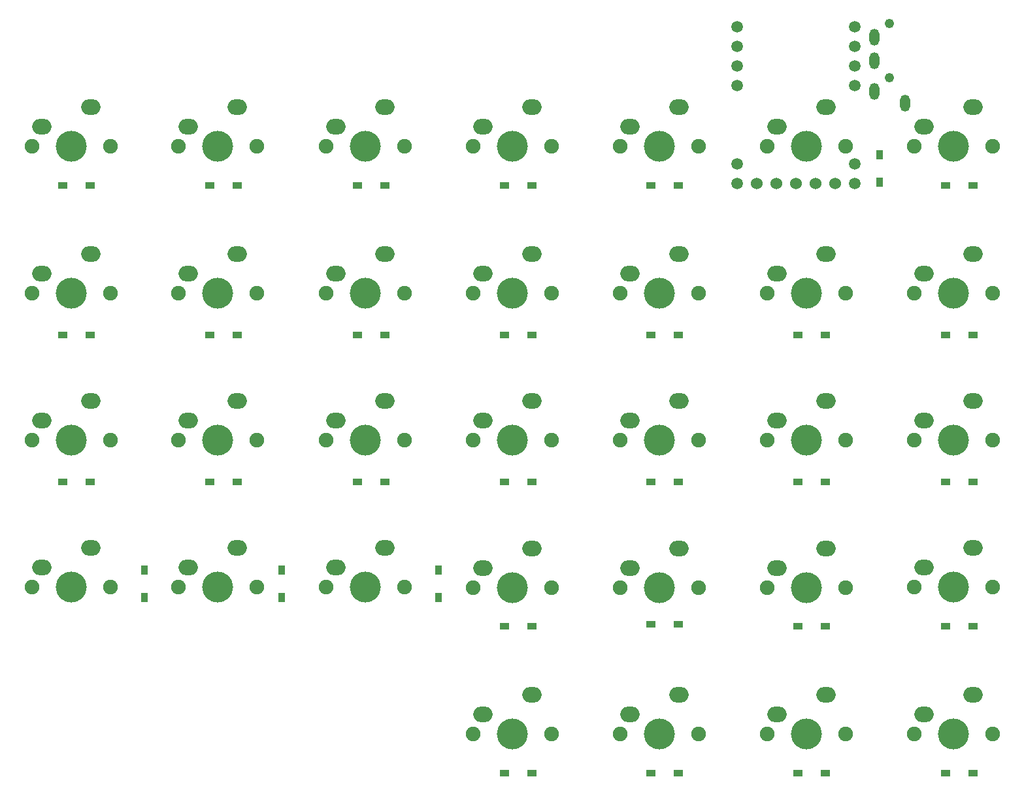
<source format=gbr>
%TF.GenerationSoftware,KiCad,Pcbnew,(7.0.0-0)*%
%TF.CreationDate,2023-04-02T12:13:52+09:00*%
%TF.ProjectId,11111_pcb,31313131-315f-4706-9362-2e6b69636164,rev?*%
%TF.SameCoordinates,Original*%
%TF.FileFunction,Soldermask,Bot*%
%TF.FilePolarity,Negative*%
%FSLAX46Y46*%
G04 Gerber Fmt 4.6, Leading zero omitted, Abs format (unit mm)*
G04 Created by KiCad (PCBNEW (7.0.0-0)) date 2023-04-02 12:13:52*
%MOMM*%
%LPD*%
G01*
G04 APERTURE LIST*
G04 Aperture macros list*
%AMRoundRect*
0 Rectangle with rounded corners*
0 $1 Rounding radius*
0 $2 $3 $4 $5 $6 $7 $8 $9 X,Y pos of 4 corners*
0 Add a 4 corners polygon primitive as box body*
4,1,4,$2,$3,$4,$5,$6,$7,$8,$9,$2,$3,0*
0 Add four circle primitives for the rounded corners*
1,1,$1+$1,$2,$3*
1,1,$1+$1,$4,$5*
1,1,$1+$1,$6,$7*
1,1,$1+$1,$8,$9*
0 Add four rect primitives between the rounded corners*
20,1,$1+$1,$2,$3,$4,$5,0*
20,1,$1+$1,$4,$5,$6,$7,0*
20,1,$1+$1,$6,$7,$8,$9,0*
20,1,$1+$1,$8,$9,$2,$3,0*%
G04 Aperture macros list end*
%ADD10C,1.900000*%
%ADD11C,4.000000*%
%ADD12O,2.500000X2.000000*%
%ADD13R,1.300000X0.950000*%
%ADD14R,0.950000X1.300000*%
%ADD15C,1.210000*%
%ADD16O,1.300000X2.200000*%
%ADD17RoundRect,0.756000X0.000000X-0.006000X0.000000X-0.006000X0.000000X0.006000X0.000000X0.006000X0*%
%ADD18RoundRect,0.756000X0.006000X0.000000X0.006000X0.000000X-0.006000X0.000000X-0.006000X0.000000X0*%
%ADD19RoundRect,0.756000X0.000000X0.006000X0.000000X0.006000X0.000000X-0.006000X0.000000X-0.006000X0*%
G04 APERTURE END LIST*
D10*
%TO.C,SW46*%
X90805000Y-95233800D03*
D11*
X95885000Y-95233800D03*
D10*
X100965000Y-95233800D03*
D12*
X92074999Y-92693799D03*
X98424999Y-90153799D03*
%TD*%
D13*
%TO.C,D33*%
X113879999Y-81589999D03*
X117429999Y-81589999D03*
%TD*%
D14*
%TO.C,D43*%
X48264999Y-96519999D03*
X48264999Y-92969999D03*
%TD*%
D13*
%TO.C,D60*%
X152024999Y-119339999D03*
X155574999Y-119339999D03*
%TD*%
%TO.C,D18*%
X94939999Y-62459999D03*
X98489999Y-62459999D03*
%TD*%
%TO.C,D16*%
X56739999Y-62459999D03*
X60289999Y-62459999D03*
%TD*%
D14*
%TO.C,D6*%
X143509999Y-42719799D03*
X143509999Y-39169799D03*
%TD*%
D13*
%TO.C,D17*%
X75889999Y-62459999D03*
X79439999Y-62459999D03*
%TD*%
D15*
%TO.C,J1*%
X144818200Y-22100000D03*
X144818200Y-29100000D03*
D16*
X146818199Y-32399999D03*
X142818199Y-23899999D03*
X142818199Y-26899999D03*
X142818199Y-30899999D03*
%TD*%
D13*
%TO.C,D21*%
X152024999Y-62459999D03*
X155574999Y-62459999D03*
%TD*%
D10*
%TO.C,SW34*%
X128905000Y-76140000D03*
D11*
X133985000Y-76140000D03*
D10*
X139065000Y-76140000D03*
D12*
X130174999Y-73599999D03*
X136524999Y-71059999D03*
%TD*%
D10*
%TO.C,SW15*%
X33655000Y-57090000D03*
D11*
X38735000Y-57090000D03*
D10*
X43815000Y-57090000D03*
D12*
X34924999Y-54549999D03*
X41274999Y-52009999D03*
%TD*%
D10*
%TO.C,SW45*%
X71755000Y-95208400D03*
D11*
X76835000Y-95208400D03*
D10*
X81915000Y-95208400D03*
D12*
X73024999Y-92668399D03*
X79374999Y-90128399D03*
%TD*%
D10*
%TO.C,SW57*%
X90865000Y-114240000D03*
D11*
X95945000Y-114240000D03*
D10*
X101025000Y-114240000D03*
D12*
X92134999Y-111699999D03*
X98484999Y-109159999D03*
%TD*%
D10*
%TO.C,SW1*%
X33655000Y-38040000D03*
D11*
X38735000Y-38040000D03*
D10*
X43815000Y-38040000D03*
D12*
X34924999Y-35499999D03*
X41274999Y-32959999D03*
%TD*%
D10*
%TO.C,SW58*%
X109855000Y-114240000D03*
D11*
X114935000Y-114240000D03*
D10*
X120015000Y-114240000D03*
D12*
X111124999Y-111699999D03*
X117474999Y-109159999D03*
%TD*%
D10*
%TO.C,SW16*%
X52635000Y-57090000D03*
D11*
X57715000Y-57090000D03*
D10*
X62795000Y-57090000D03*
D12*
X53904999Y-54549999D03*
X60254999Y-52009999D03*
%TD*%
D13*
%TO.C,D58*%
X113879999Y-119339999D03*
X117429999Y-119339999D03*
%TD*%
%TO.C,D32*%
X94939999Y-81589999D03*
X98489999Y-81589999D03*
%TD*%
D10*
%TO.C,SW19*%
X109855000Y-57090000D03*
D11*
X114935000Y-57090000D03*
D10*
X120015000Y-57090000D03*
D12*
X111124999Y-54549999D03*
X117474999Y-52009999D03*
%TD*%
D13*
%TO.C,D35*%
X152024999Y-81589999D03*
X155574999Y-81589999D03*
%TD*%
%TO.C,D46*%
X94939999Y-100269999D03*
X98489999Y-100269999D03*
%TD*%
%TO.C,D34*%
X132949999Y-81589999D03*
X136499999Y-81589999D03*
%TD*%
D10*
%TO.C,SW43*%
X33655000Y-95208400D03*
D11*
X38735000Y-95208400D03*
D10*
X43815000Y-95208400D03*
D12*
X34924999Y-92668399D03*
X41274999Y-90128399D03*
%TD*%
D10*
%TO.C,SW47*%
X109855000Y-95233800D03*
D11*
X114935000Y-95233800D03*
D10*
X120015000Y-95233800D03*
D12*
X111124999Y-92693799D03*
X117474999Y-90153799D03*
%TD*%
D13*
%TO.C,D2*%
X56739999Y-43139999D03*
X60289999Y-43139999D03*
%TD*%
D10*
%TO.C,SW35*%
X147955000Y-76140000D03*
D11*
X153035000Y-76140000D03*
D10*
X158115000Y-76140000D03*
D12*
X149224999Y-73599999D03*
X155574999Y-71059999D03*
%TD*%
D13*
%TO.C,D31*%
X75889999Y-81589999D03*
X79439999Y-81589999D03*
%TD*%
D10*
%TO.C,SW30*%
X52635000Y-76140000D03*
D11*
X57715000Y-76140000D03*
D10*
X62795000Y-76140000D03*
D12*
X53904999Y-73599999D03*
X60254999Y-71059999D03*
%TD*%
D13*
%TO.C,D59*%
X132949999Y-119339999D03*
X136499999Y-119339999D03*
%TD*%
D10*
%TO.C,SW33*%
X109855000Y-76140000D03*
D11*
X114935000Y-76140000D03*
D10*
X120015000Y-76140000D03*
D12*
X111124999Y-73599999D03*
X117474999Y-71059999D03*
%TD*%
D13*
%TO.C,D5*%
X113879999Y-43139999D03*
X117429999Y-43139999D03*
%TD*%
%TO.C,D4*%
X94939999Y-43139999D03*
X98489999Y-43139999D03*
%TD*%
%TO.C,D7*%
X152024999Y-43139999D03*
X155574999Y-43139999D03*
%TD*%
D10*
%TO.C,SW6*%
X128905000Y-38040000D03*
D11*
X133985000Y-38040000D03*
D10*
X139065000Y-38040000D03*
D12*
X130174999Y-35499999D03*
X136524999Y-32959999D03*
%TD*%
D10*
%TO.C,SW44*%
X52635000Y-95208400D03*
D11*
X57715000Y-95208400D03*
D10*
X62795000Y-95208400D03*
D12*
X53904999Y-92668399D03*
X60254999Y-90128399D03*
%TD*%
D13*
%TO.C,D57*%
X94939999Y-119339999D03*
X98489999Y-119339999D03*
%TD*%
D14*
%TO.C,D44*%
X66039999Y-96519999D03*
X66039999Y-92969999D03*
%TD*%
D13*
%TO.C,D20*%
X132949999Y-62459999D03*
X136499999Y-62459999D03*
%TD*%
D10*
%TO.C,SW49*%
X147955000Y-95190000D03*
D11*
X153035000Y-95190000D03*
D10*
X158115000Y-95190000D03*
D12*
X149224999Y-92649999D03*
X155574999Y-90109999D03*
%TD*%
D10*
%TO.C,SW21*%
X147955000Y-57090000D03*
D11*
X153035000Y-57090000D03*
D10*
X158115000Y-57090000D03*
D12*
X149224999Y-54549999D03*
X155574999Y-52009999D03*
%TD*%
D13*
%TO.C,D30*%
X56739999Y-81589999D03*
X60289999Y-81589999D03*
%TD*%
%TO.C,D49*%
X152024999Y-100269999D03*
X155574999Y-100269999D03*
%TD*%
D10*
%TO.C,SW29*%
X33655000Y-76140000D03*
D11*
X38735000Y-76140000D03*
D10*
X43815000Y-76140000D03*
D12*
X34924999Y-73599999D03*
X41274999Y-71059999D03*
%TD*%
D10*
%TO.C,SW4*%
X90805000Y-38040000D03*
D11*
X95885000Y-38040000D03*
D10*
X100965000Y-38040000D03*
D12*
X92074999Y-35499999D03*
X98424999Y-32959999D03*
%TD*%
D14*
%TO.C,D45*%
X86359999Y-96519999D03*
X86359999Y-92969999D03*
%TD*%
D13*
%TO.C,D19*%
X113879999Y-62459999D03*
X117429999Y-62459999D03*
%TD*%
D10*
%TO.C,SW59*%
X128905000Y-114240000D03*
D11*
X133985000Y-114240000D03*
D10*
X139065000Y-114240000D03*
D12*
X130174999Y-111699999D03*
X136524999Y-109159999D03*
%TD*%
D10*
%TO.C,SW20*%
X128905000Y-57090000D03*
D11*
X133985000Y-57090000D03*
D10*
X139065000Y-57090000D03*
D12*
X130174999Y-54549999D03*
X136524999Y-52009999D03*
%TD*%
D10*
%TO.C,SW32*%
X90805000Y-76140000D03*
D11*
X95885000Y-76140000D03*
D10*
X100965000Y-76140000D03*
D12*
X92074999Y-73599999D03*
X98424999Y-71059999D03*
%TD*%
D10*
%TO.C,SW2*%
X52635000Y-38040000D03*
D11*
X57715000Y-38040000D03*
D10*
X62795000Y-38040000D03*
D12*
X53904999Y-35499999D03*
X60254999Y-32959999D03*
%TD*%
D10*
%TO.C,SW3*%
X71755000Y-38040000D03*
D11*
X76835000Y-38040000D03*
D10*
X81915000Y-38040000D03*
D12*
X73024999Y-35499999D03*
X79374999Y-32959999D03*
%TD*%
D10*
%TO.C,SW7*%
X147955000Y-38040000D03*
D11*
X153035000Y-38040000D03*
D10*
X158115000Y-38040000D03*
D12*
X149224999Y-35499999D03*
X155574999Y-32959999D03*
%TD*%
D10*
%TO.C,SW17*%
X71755000Y-57090000D03*
D11*
X76835000Y-57090000D03*
D10*
X81915000Y-57090000D03*
D12*
X73024999Y-54549999D03*
X79374999Y-52009999D03*
%TD*%
D13*
%TO.C,D3*%
X75889999Y-43139999D03*
X79439999Y-43139999D03*
%TD*%
D10*
%TO.C,SW48*%
X128905000Y-95233800D03*
D11*
X133985000Y-95233800D03*
D10*
X139065000Y-95233800D03*
D12*
X130174999Y-92693799D03*
X136524999Y-90153799D03*
%TD*%
D13*
%TO.C,D48*%
X132949999Y-100269999D03*
X136499999Y-100269999D03*
%TD*%
D10*
%TO.C,SW60*%
X147955000Y-114240000D03*
D11*
X153035000Y-114240000D03*
D10*
X158115000Y-114240000D03*
D12*
X149224999Y-111699999D03*
X155574999Y-109159999D03*
%TD*%
D10*
%TO.C,SW18*%
X90805000Y-57090000D03*
D11*
X95885000Y-57090000D03*
D10*
X100965000Y-57090000D03*
D12*
X92074999Y-54549999D03*
X98424999Y-52009999D03*
%TD*%
D13*
%TO.C,D47*%
X113879999Y-100019999D03*
X117429999Y-100019999D03*
%TD*%
%TO.C,D29*%
X37689999Y-81589999D03*
X41239999Y-81589999D03*
%TD*%
D10*
%TO.C,SW31*%
X71755000Y-76140000D03*
D11*
X76835000Y-76140000D03*
D10*
X81915000Y-76140000D03*
D12*
X73024999Y-73599999D03*
X79374999Y-71059999D03*
%TD*%
D13*
%TO.C,D15*%
X37689999Y-62459999D03*
X41239999Y-62459999D03*
%TD*%
%TO.C,D1*%
X37689999Y-43139999D03*
X41239999Y-43139999D03*
%TD*%
D10*
%TO.C,SW5*%
X109855000Y-38040000D03*
D11*
X114935000Y-38040000D03*
D10*
X120015000Y-38040000D03*
D12*
X111124999Y-35499999D03*
X117474999Y-32959999D03*
%TD*%
D17*
%TO.C,A1*%
X125012800Y-22555200D03*
X125012800Y-25095200D03*
X125012800Y-27635200D03*
X125012800Y-30175200D03*
X125012800Y-40335200D03*
X125012800Y-42875200D03*
D18*
X127558800Y-42881200D03*
X130098800Y-42881200D03*
X132638800Y-42881200D03*
X135178800Y-42881200D03*
X137718800Y-42881200D03*
D19*
X140264800Y-42875200D03*
X140264800Y-40335200D03*
X140264800Y-30175200D03*
X140264800Y-27635200D03*
X140264800Y-22555200D03*
X140264800Y-25095200D03*
%TD*%
M02*

</source>
